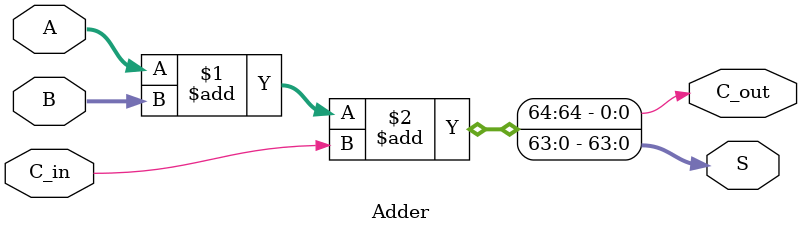
<source format=v>
module ALU_LEGv8(A, B, FS, C0, F, status);
		input [63:0]A, B;
		input C0;
		input [4:0]FS; //use least significant bits for a_invert and b_invert
		
		// FS[0] is going to Ainvert, FS[1] is going to be Binvert, FS[4:2] output mux(000) (0-4, 0-3, 0-2) 000 - AND, 001 - OR, 010 - ADD, 011 - XOR,
		// 100 - shiftl, 101 shift R
		
		output [63:0]F;
		output [3:0]status;
		
		wire [63:0] A_signal, B_signal;
		
	assign A_signal = FS[0] ? ~A:A; //mux selecting between A or ~A
	assign B_signal = FS[1] ? ~B:B; //...B or ~B
		
		wire Z, N, C, V;
		assign status = {V, C, N, Z};
		assign N = F[63];
		assign Z = (F == 64'b0) ? 1'b1 : 1'b0;
		assign V = ~(A_signal[63] ^ B_signal[63]) & (F[63] ^ A_signal[63]);
		
		wire [63:0] and_out, or_out, xor_out, add_out, shift_left, shift_right;
		
		assign and_out = A_signal & B_signal;
		assign or_out = A_signal | B_signal;
		assign xor_out = A_signal ^ B_signal;

	CLA_64bit adder_inst(add_out, C, A_signal, B_signal, C0);
		//Adder adder_inst(A_signal, B_signal, C0, add_out, C);
    //In the case of catastrophic CLA problems, restore the line above
		
		shifter shift_inst(A, B[5:0], shift_left, shift_right);
		
		Mux8to1Nbit main_mux(F, FS[4:2], and_out, or_out, add_out, xor_out, shift_left, shift_right, 64'b0, 64'b0);
		
		endmodule
		
module Adder(A, B, C_in, S, C_out);
			input [63:0]A, B;
			
			input C_in;
			
			output [63:0]S;
			output C_out;
			
			
			assign {C_out, S} = A + B + C_in;
			
endmodule

			

</source>
